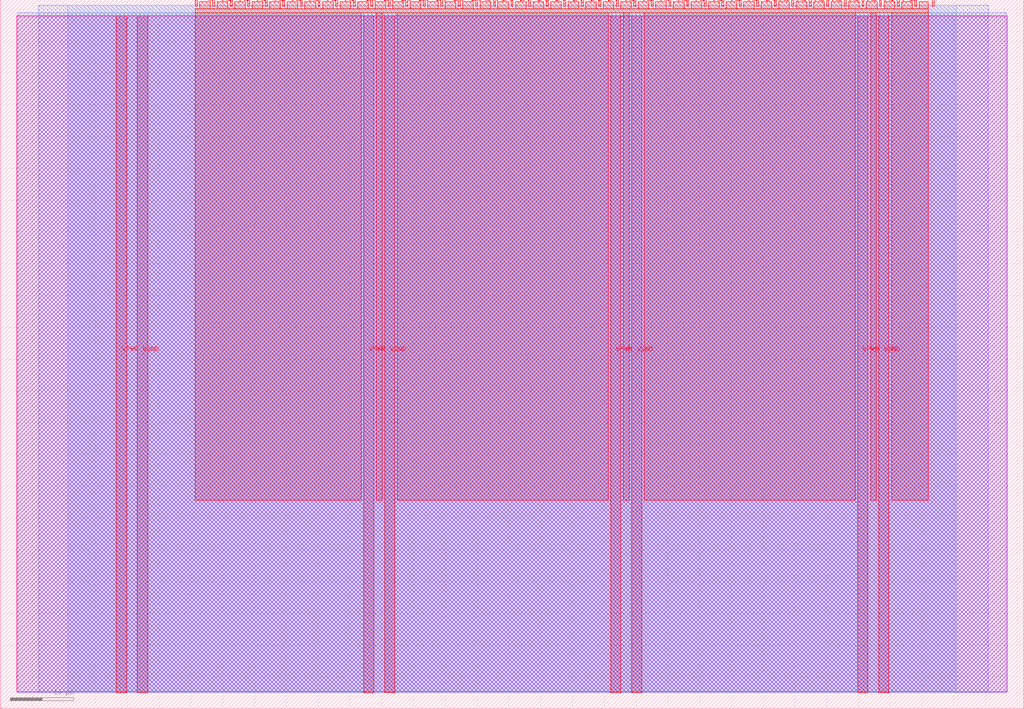
<source format=lef>
VERSION 5.7 ;
  NOWIREEXTENSIONATPIN ON ;
  DIVIDERCHAR "/" ;
  BUSBITCHARS "[]" ;
MACRO tt_um_alif
  CLASS BLOCK ;
  FOREIGN tt_um_alif ;
  ORIGIN 0.000 0.000 ;
  SIZE 161.000 BY 111.520 ;
  PIN VGND
    DIRECTION INOUT ;
    USE GROUND ;
    PORT
      LAYER met4 ;
        RECT 21.580 2.480 23.180 109.040 ;
    END
    PORT
      LAYER met4 ;
        RECT 60.450 2.480 62.050 109.040 ;
    END
    PORT
      LAYER met4 ;
        RECT 99.320 2.480 100.920 109.040 ;
    END
    PORT
      LAYER met4 ;
        RECT 138.190 2.480 139.790 109.040 ;
    END
  END VGND
  PIN VPWR
    DIRECTION INOUT ;
    USE POWER ;
    PORT
      LAYER met4 ;
        RECT 18.280 2.480 19.880 109.040 ;
    END
    PORT
      LAYER met4 ;
        RECT 57.150 2.480 58.750 109.040 ;
    END
    PORT
      LAYER met4 ;
        RECT 96.020 2.480 97.620 109.040 ;
    END
    PORT
      LAYER met4 ;
        RECT 134.890 2.480 136.490 109.040 ;
    END
  END VPWR
  PIN clk
    DIRECTION INPUT ;
    USE SIGNAL ;
    ANTENNAGATEAREA 0.852000 ;
    PORT
      LAYER met4 ;
        RECT 143.830 110.520 144.130 111.520 ;
    END
  END clk
  PIN ena
    DIRECTION INPUT ;
    USE SIGNAL ;
    PORT
      LAYER met4 ;
        RECT 146.590 110.520 146.890 111.520 ;
    END
  END ena
  PIN rst_n
    DIRECTION INPUT ;
    USE SIGNAL ;
    ANTENNAGATEAREA 0.196500 ;
    PORT
      LAYER met4 ;
        RECT 141.070 110.520 141.370 111.520 ;
    END
  END rst_n
  PIN ui_in[0]
    DIRECTION INPUT ;
    USE SIGNAL ;
    ANTENNAGATEAREA 0.196500 ;
    PORT
      LAYER met4 ;
        RECT 138.310 110.520 138.610 111.520 ;
    END
  END ui_in[0]
  PIN ui_in[1]
    DIRECTION INPUT ;
    USE SIGNAL ;
    ANTENNAGATEAREA 0.213000 ;
    PORT
      LAYER met4 ;
        RECT 135.550 110.520 135.850 111.520 ;
    END
  END ui_in[1]
  PIN ui_in[2]
    DIRECTION INPUT ;
    USE SIGNAL ;
    ANTENNAGATEAREA 0.159000 ;
    PORT
      LAYER met4 ;
        RECT 132.790 110.520 133.090 111.520 ;
    END
  END ui_in[2]
  PIN ui_in[3]
    DIRECTION INPUT ;
    USE SIGNAL ;
    ANTENNAGATEAREA 0.159000 ;
    PORT
      LAYER met4 ;
        RECT 130.030 110.520 130.330 111.520 ;
    END
  END ui_in[3]
  PIN ui_in[4]
    DIRECTION INPUT ;
    USE SIGNAL ;
    ANTENNAGATEAREA 0.159000 ;
    PORT
      LAYER met4 ;
        RECT 127.270 110.520 127.570 111.520 ;
    END
  END ui_in[4]
  PIN ui_in[5]
    DIRECTION INPUT ;
    USE SIGNAL ;
    ANTENNAGATEAREA 0.159000 ;
    PORT
      LAYER met4 ;
        RECT 124.510 110.520 124.810 111.520 ;
    END
  END ui_in[5]
  PIN ui_in[6]
    DIRECTION INPUT ;
    USE SIGNAL ;
    ANTENNAGATEAREA 0.213000 ;
    PORT
      LAYER met4 ;
        RECT 121.750 110.520 122.050 111.520 ;
    END
  END ui_in[6]
  PIN ui_in[7]
    DIRECTION INPUT ;
    USE SIGNAL ;
    ANTENNAGATEAREA 0.213000 ;
    PORT
      LAYER met4 ;
        RECT 118.990 110.520 119.290 111.520 ;
    END
  END ui_in[7]
  PIN uio_in[0]
    DIRECTION INPUT ;
    USE SIGNAL ;
    PORT
      LAYER met4 ;
        RECT 116.230 110.520 116.530 111.520 ;
    END
  END uio_in[0]
  PIN uio_in[1]
    DIRECTION INPUT ;
    USE SIGNAL ;
    PORT
      LAYER met4 ;
        RECT 113.470 110.520 113.770 111.520 ;
    END
  END uio_in[1]
  PIN uio_in[2]
    DIRECTION INPUT ;
    USE SIGNAL ;
    PORT
      LAYER met4 ;
        RECT 110.710 110.520 111.010 111.520 ;
    END
  END uio_in[2]
  PIN uio_in[3]
    DIRECTION INPUT ;
    USE SIGNAL ;
    PORT
      LAYER met4 ;
        RECT 107.950 110.520 108.250 111.520 ;
    END
  END uio_in[3]
  PIN uio_in[4]
    DIRECTION INPUT ;
    USE SIGNAL ;
    PORT
      LAYER met4 ;
        RECT 105.190 110.520 105.490 111.520 ;
    END
  END uio_in[4]
  PIN uio_in[5]
    DIRECTION INPUT ;
    USE SIGNAL ;
    PORT
      LAYER met4 ;
        RECT 102.430 110.520 102.730 111.520 ;
    END
  END uio_in[5]
  PIN uio_in[6]
    DIRECTION INPUT ;
    USE SIGNAL ;
    PORT
      LAYER met4 ;
        RECT 99.670 110.520 99.970 111.520 ;
    END
  END uio_in[6]
  PIN uio_in[7]
    DIRECTION INPUT ;
    USE SIGNAL ;
    PORT
      LAYER met4 ;
        RECT 96.910 110.520 97.210 111.520 ;
    END
  END uio_in[7]
  PIN uio_oe[0]
    DIRECTION OUTPUT ;
    USE SIGNAL ;
    PORT
      LAYER met4 ;
        RECT 49.990 110.520 50.290 111.520 ;
    END
  END uio_oe[0]
  PIN uio_oe[1]
    DIRECTION OUTPUT ;
    USE SIGNAL ;
    PORT
      LAYER met4 ;
        RECT 47.230 110.520 47.530 111.520 ;
    END
  END uio_oe[1]
  PIN uio_oe[2]
    DIRECTION OUTPUT ;
    USE SIGNAL ;
    PORT
      LAYER met4 ;
        RECT 44.470 110.520 44.770 111.520 ;
    END
  END uio_oe[2]
  PIN uio_oe[3]
    DIRECTION OUTPUT ;
    USE SIGNAL ;
    PORT
      LAYER met4 ;
        RECT 41.710 110.520 42.010 111.520 ;
    END
  END uio_oe[3]
  PIN uio_oe[4]
    DIRECTION OUTPUT ;
    USE SIGNAL ;
    PORT
      LAYER met4 ;
        RECT 38.950 110.520 39.250 111.520 ;
    END
  END uio_oe[4]
  PIN uio_oe[5]
    DIRECTION OUTPUT ;
    USE SIGNAL ;
    PORT
      LAYER met4 ;
        RECT 36.190 110.520 36.490 111.520 ;
    END
  END uio_oe[5]
  PIN uio_oe[6]
    DIRECTION OUTPUT ;
    USE SIGNAL ;
    PORT
      LAYER met4 ;
        RECT 33.430 110.520 33.730 111.520 ;
    END
  END uio_oe[6]
  PIN uio_oe[7]
    DIRECTION OUTPUT ;
    USE SIGNAL ;
    PORT
      LAYER met4 ;
        RECT 30.670 110.520 30.970 111.520 ;
    END
  END uio_oe[7]
  PIN uio_out[0]
    DIRECTION OUTPUT ;
    USE SIGNAL ;
    PORT
      LAYER met4 ;
        RECT 72.070 110.520 72.370 111.520 ;
    END
  END uio_out[0]
  PIN uio_out[1]
    DIRECTION OUTPUT ;
    USE SIGNAL ;
    PORT
      LAYER met4 ;
        RECT 69.310 110.520 69.610 111.520 ;
    END
  END uio_out[1]
  PIN uio_out[2]
    DIRECTION OUTPUT ;
    USE SIGNAL ;
    PORT
      LAYER met4 ;
        RECT 66.550 110.520 66.850 111.520 ;
    END
  END uio_out[2]
  PIN uio_out[3]
    DIRECTION OUTPUT ;
    USE SIGNAL ;
    PORT
      LAYER met4 ;
        RECT 63.790 110.520 64.090 111.520 ;
    END
  END uio_out[3]
  PIN uio_out[4]
    DIRECTION OUTPUT ;
    USE SIGNAL ;
    PORT
      LAYER met4 ;
        RECT 61.030 110.520 61.330 111.520 ;
    END
  END uio_out[4]
  PIN uio_out[5]
    DIRECTION OUTPUT ;
    USE SIGNAL ;
    ANTENNADIFFAREA 0.795200 ;
    PORT
      LAYER met4 ;
        RECT 58.270 110.520 58.570 111.520 ;
    END
  END uio_out[5]
  PIN uio_out[6]
    DIRECTION OUTPUT ;
    USE SIGNAL ;
    ANTENNADIFFAREA 0.795200 ;
    PORT
      LAYER met4 ;
        RECT 55.510 110.520 55.810 111.520 ;
    END
  END uio_out[6]
  PIN uio_out[7]
    DIRECTION OUTPUT ;
    USE SIGNAL ;
    ANTENNADIFFAREA 0.445500 ;
    PORT
      LAYER met4 ;
        RECT 52.750 110.520 53.050 111.520 ;
    END
  END uio_out[7]
  PIN uo_out[0]
    DIRECTION OUTPUT ;
    USE SIGNAL ;
    ANTENNAGATEAREA 0.742500 ;
    ANTENNADIFFAREA 0.891000 ;
    PORT
      LAYER met4 ;
        RECT 94.150 110.520 94.450 111.520 ;
    END
  END uo_out[0]
  PIN uo_out[1]
    DIRECTION OUTPUT ;
    USE SIGNAL ;
    ANTENNAGATEAREA 1.363500 ;
    ANTENNADIFFAREA 0.891000 ;
    PORT
      LAYER met4 ;
        RECT 91.390 110.520 91.690 111.520 ;
    END
  END uo_out[1]
  PIN uo_out[2]
    DIRECTION OUTPUT ;
    USE SIGNAL ;
    ANTENNAGATEAREA 1.368000 ;
    ANTENNADIFFAREA 0.891000 ;
    PORT
      LAYER met4 ;
        RECT 88.630 110.520 88.930 111.520 ;
    END
  END uo_out[2]
  PIN uo_out[3]
    DIRECTION OUTPUT ;
    USE SIGNAL ;
    ANTENNAGATEAREA 2.232000 ;
    ANTENNADIFFAREA 0.891000 ;
    PORT
      LAYER met4 ;
        RECT 85.870 110.520 86.170 111.520 ;
    END
  END uo_out[3]
  PIN uo_out[4]
    DIRECTION OUTPUT ;
    USE SIGNAL ;
    ANTENNAGATEAREA 2.232000 ;
    ANTENNADIFFAREA 0.891000 ;
    PORT
      LAYER met4 ;
        RECT 83.110 110.520 83.410 111.520 ;
    END
  END uo_out[4]
  PIN uo_out[5]
    DIRECTION OUTPUT ;
    USE SIGNAL ;
    ANTENNAGATEAREA 2.601000 ;
    ANTENNADIFFAREA 0.891000 ;
    PORT
      LAYER met4 ;
        RECT 80.350 110.520 80.650 111.520 ;
    END
  END uo_out[5]
  PIN uo_out[6]
    DIRECTION OUTPUT ;
    USE SIGNAL ;
    ANTENNAGATEAREA 1.489500 ;
    ANTENNADIFFAREA 0.891000 ;
    PORT
      LAYER met4 ;
        RECT 77.590 110.520 77.890 111.520 ;
    END
  END uo_out[6]
  PIN uo_out[7]
    DIRECTION OUTPUT ;
    USE SIGNAL ;
    ANTENNAGATEAREA 1.732500 ;
    ANTENNADIFFAREA 0.891000 ;
    PORT
      LAYER met4 ;
        RECT 74.830 110.520 75.130 111.520 ;
    END
  END uo_out[7]
  OBS
      LAYER nwell ;
        RECT 2.570 2.635 158.430 108.990 ;
      LAYER li1 ;
        RECT 2.760 2.635 158.240 108.885 ;
      LAYER met1 ;
        RECT 2.760 2.480 158.240 109.440 ;
      LAYER met2 ;
        RECT 6.080 2.535 155.380 110.685 ;
      LAYER met3 ;
        RECT 10.645 2.555 150.355 110.665 ;
      LAYER met4 ;
        RECT 31.370 110.120 33.030 111.170 ;
        RECT 34.130 110.120 35.790 111.170 ;
        RECT 36.890 110.120 38.550 111.170 ;
        RECT 39.650 110.120 41.310 111.170 ;
        RECT 42.410 110.120 44.070 111.170 ;
        RECT 45.170 110.120 46.830 111.170 ;
        RECT 47.930 110.120 49.590 111.170 ;
        RECT 50.690 110.120 52.350 111.170 ;
        RECT 53.450 110.120 55.110 111.170 ;
        RECT 56.210 110.120 57.870 111.170 ;
        RECT 58.970 110.120 60.630 111.170 ;
        RECT 61.730 110.120 63.390 111.170 ;
        RECT 64.490 110.120 66.150 111.170 ;
        RECT 67.250 110.120 68.910 111.170 ;
        RECT 70.010 110.120 71.670 111.170 ;
        RECT 72.770 110.120 74.430 111.170 ;
        RECT 75.530 110.120 77.190 111.170 ;
        RECT 78.290 110.120 79.950 111.170 ;
        RECT 81.050 110.120 82.710 111.170 ;
        RECT 83.810 110.120 85.470 111.170 ;
        RECT 86.570 110.120 88.230 111.170 ;
        RECT 89.330 110.120 90.990 111.170 ;
        RECT 92.090 110.120 93.750 111.170 ;
        RECT 94.850 110.120 96.510 111.170 ;
        RECT 97.610 110.120 99.270 111.170 ;
        RECT 100.370 110.120 102.030 111.170 ;
        RECT 103.130 110.120 104.790 111.170 ;
        RECT 105.890 110.120 107.550 111.170 ;
        RECT 108.650 110.120 110.310 111.170 ;
        RECT 111.410 110.120 113.070 111.170 ;
        RECT 114.170 110.120 115.830 111.170 ;
        RECT 116.930 110.120 118.590 111.170 ;
        RECT 119.690 110.120 121.350 111.170 ;
        RECT 122.450 110.120 124.110 111.170 ;
        RECT 125.210 110.120 126.870 111.170 ;
        RECT 127.970 110.120 129.630 111.170 ;
        RECT 130.730 110.120 132.390 111.170 ;
        RECT 133.490 110.120 135.150 111.170 ;
        RECT 136.250 110.120 137.910 111.170 ;
        RECT 139.010 110.120 140.670 111.170 ;
        RECT 141.770 110.120 143.430 111.170 ;
        RECT 144.530 110.120 145.985 111.170 ;
        RECT 30.655 109.440 145.985 110.120 ;
        RECT 30.655 32.815 56.750 109.440 ;
        RECT 59.150 32.815 60.050 109.440 ;
        RECT 62.450 32.815 95.620 109.440 ;
        RECT 98.020 32.815 98.920 109.440 ;
        RECT 101.320 32.815 134.490 109.440 ;
        RECT 136.890 32.815 137.790 109.440 ;
        RECT 140.190 32.815 145.985 109.440 ;
  END
END tt_um_alif
END LIBRARY


</source>
